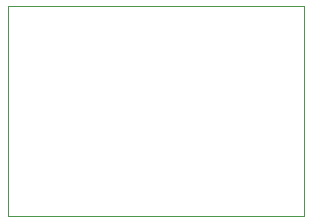
<source format=gbr>
G04 #@! TF.FileFunction,Profile,NP*
%FSLAX46Y46*%
G04 Gerber Fmt 4.6, Leading zero omitted, Abs format (unit mm)*
G04 Created by KiCad (PCBNEW 4.0.2+dfsg1-stable) date søn 29 jan 2017 20:42:55 CET*
%MOMM*%
G01*
G04 APERTURE LIST*
%ADD10C,0.100000*%
G04 APERTURE END LIST*
D10*
X25019000Y17780000D02*
X0Y17780000D01*
X25019000Y0D02*
X25019000Y17780000D01*
X0Y0D02*
X25019000Y0D01*
X0Y17780000D02*
X0Y0D01*
M02*

</source>
